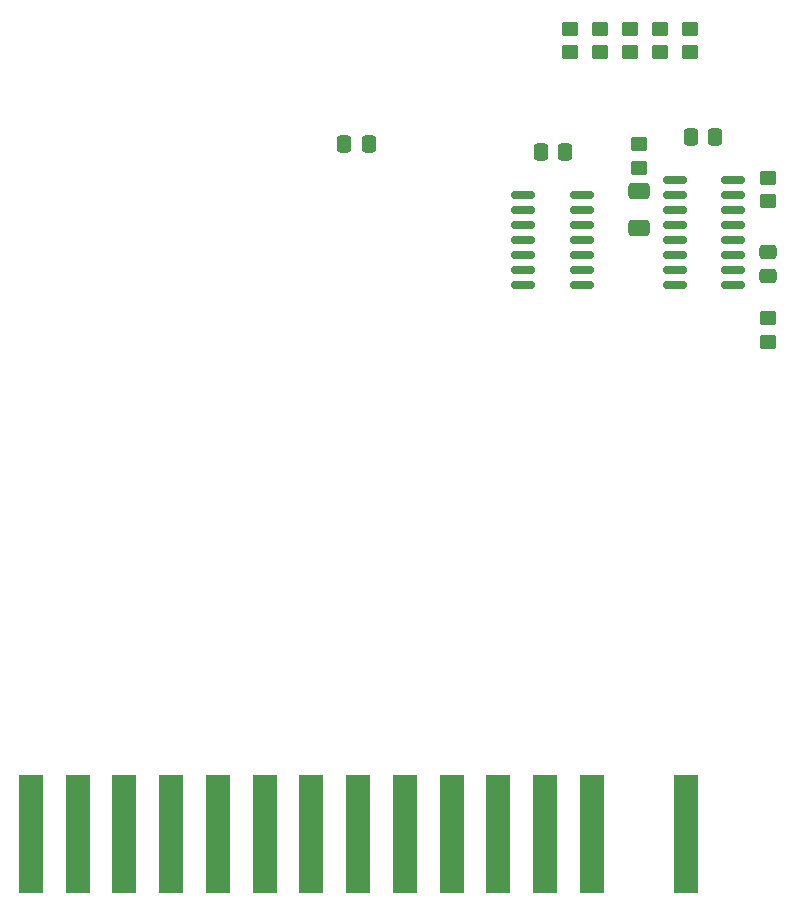
<source format=gbr>
G04 #@! TF.GenerationSoftware,KiCad,Pcbnew,8.0.2*
G04 #@! TF.CreationDate,2025-01-06T21:48:35+01:00*
G04 #@! TF.ProjectId,multicartridge-smd-top-dipswitch,6d756c74-6963-4617-9274-72696467652d,rev?*
G04 #@! TF.SameCoordinates,Original*
G04 #@! TF.FileFunction,Paste,Bot*
G04 #@! TF.FilePolarity,Positive*
%FSLAX46Y46*%
G04 Gerber Fmt 4.6, Leading zero omitted, Abs format (unit mm)*
G04 Created by KiCad (PCBNEW 8.0.2) date 2025-01-06 21:48:35*
%MOMM*%
%LPD*%
G01*
G04 APERTURE LIST*
G04 Aperture macros list*
%AMRoundRect*
0 Rectangle with rounded corners*
0 $1 Rounding radius*
0 $2 $3 $4 $5 $6 $7 $8 $9 X,Y pos of 4 corners*
0 Add a 4 corners polygon primitive as box body*
4,1,4,$2,$3,$4,$5,$6,$7,$8,$9,$2,$3,0*
0 Add four circle primitives for the rounded corners*
1,1,$1+$1,$2,$3*
1,1,$1+$1,$4,$5*
1,1,$1+$1,$6,$7*
1,1,$1+$1,$8,$9*
0 Add four rect primitives between the rounded corners*
20,1,$1+$1,$2,$3,$4,$5,0*
20,1,$1+$1,$4,$5,$6,$7,0*
20,1,$1+$1,$6,$7,$8,$9,0*
20,1,$1+$1,$8,$9,$2,$3,0*%
G04 Aperture macros list end*
%ADD10RoundRect,0.250000X-0.650000X0.412500X-0.650000X-0.412500X0.650000X-0.412500X0.650000X0.412500X0*%
%ADD11RoundRect,0.250000X-0.475000X0.337500X-0.475000X-0.337500X0.475000X-0.337500X0.475000X0.337500X0*%
%ADD12RoundRect,0.150000X0.825000X0.150000X-0.825000X0.150000X-0.825000X-0.150000X0.825000X-0.150000X0*%
%ADD13RoundRect,0.250000X0.450000X-0.350000X0.450000X0.350000X-0.450000X0.350000X-0.450000X-0.350000X0*%
%ADD14RoundRect,0.250000X-0.450000X0.350000X-0.450000X-0.350000X0.450000X-0.350000X0.450000X0.350000X0*%
%ADD15RoundRect,0.250000X-0.337500X-0.475000X0.337500X-0.475000X0.337500X0.475000X-0.337500X0.475000X0*%
%ADD16RoundRect,0.250000X0.337500X0.475000X-0.337500X0.475000X-0.337500X-0.475000X0.337500X-0.475000X0*%
%ADD17R,2.000000X10.000000*%
G04 APERTURE END LIST*
D10*
X106934000Y-84709000D03*
X106934000Y-87834000D03*
D11*
X117856000Y-89894500D03*
X117856000Y-91969500D03*
D12*
X102108000Y-85090000D03*
X102108000Y-86360000D03*
X102108000Y-87630000D03*
X102108000Y-88900000D03*
X102108000Y-90170000D03*
X102108000Y-91440000D03*
X102108000Y-92710000D03*
X97158000Y-92710000D03*
X97158000Y-91440000D03*
X97158000Y-90170000D03*
X97158000Y-88900000D03*
X97158000Y-87630000D03*
X97158000Y-86360000D03*
X97158000Y-85090000D03*
X114935000Y-83820000D03*
X114935000Y-85090000D03*
X114935000Y-86360000D03*
X114935000Y-87630000D03*
X114935000Y-88900000D03*
X114935000Y-90170000D03*
X114935000Y-91440000D03*
X114935000Y-92710000D03*
X109985000Y-92710000D03*
X109985000Y-91440000D03*
X109985000Y-90170000D03*
X109985000Y-88900000D03*
X109985000Y-87630000D03*
X109985000Y-86360000D03*
X109985000Y-85090000D03*
X109985000Y-83820000D03*
D13*
X101092000Y-73009000D03*
X101092000Y-71009000D03*
X103632000Y-73009000D03*
X103632000Y-71009000D03*
X106172000Y-73009000D03*
X106172000Y-71009000D03*
X108712000Y-73009000D03*
X108712000Y-71009000D03*
X111252000Y-73009000D03*
X111252000Y-71009000D03*
D14*
X117856000Y-95504000D03*
X117856000Y-97504000D03*
X106934000Y-80772000D03*
X106934000Y-82772000D03*
D13*
X117856000Y-85598000D03*
X117856000Y-83598000D03*
D15*
X98636000Y-81407000D03*
X100711000Y-81407000D03*
X111336000Y-80137000D03*
X113411000Y-80137000D03*
D16*
X84074000Y-80772000D03*
X81999000Y-80772000D03*
D17*
X55465000Y-139192000D03*
X59425000Y-139192000D03*
X63385000Y-139192000D03*
X67345000Y-139192000D03*
X71305000Y-139192000D03*
X75265000Y-139192000D03*
X79225000Y-139192000D03*
X83185000Y-139192000D03*
X87145000Y-139192000D03*
X91105000Y-139192000D03*
X95065000Y-139192000D03*
X99025000Y-139192000D03*
X102985000Y-139192000D03*
X110905000Y-139192000D03*
M02*

</source>
